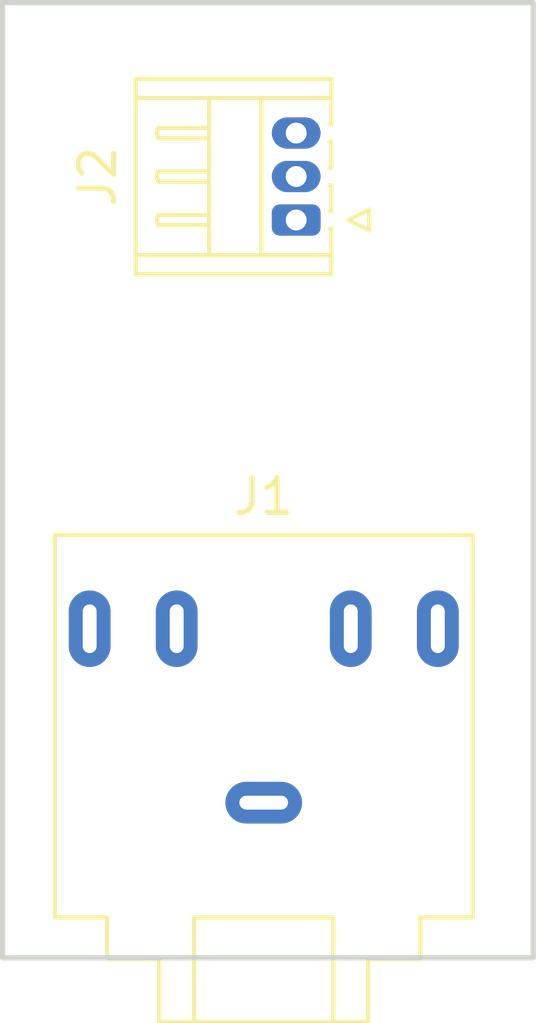
<source format=kicad_pcb>
(kicad_pcb (version 20221018) (generator pcbnew)
  (layers (0 "F.Cu" signal) (31 "B.Cu" signal) (34 "B.Paste" user) (35 "F.Paste" user) (36 "B.SilkS" user "B.Silkscreen") (37 "F.SilkS" user "F.Silkscreen") (38 "B.Mask" user) (39 "F.Mask" user) (44 "Edge.Cuts" user))
  (net 0 "")
  (net 3 "Net-(J2-Pin_2)")
  (net 4 "Net-(J2-Pin_1)")
  (net 5 "Net-(J2-Pin_3)")
  (footprint "Connector_Hirose:Hirose_DF13-03P-1.25DS_1x03_P1.25mm_Horizontal" (layer "F.Cu") (at 63.4325 121.25 90)
    (fp_text reference "J2" (at 1.25 -5.7 90) (layer "F.SilkS"))
    (fp_text value "Conn_01x03")
    (fp_line (start -1.56 -4.61) (end 4.06 -4.61) (stroke (width 0.12)) (layer "F.SilkS"))
    (fp_line (start -1.56 1.01) (end -1.56 -4.61) (stroke (width 0.12)) (layer "F.SilkS"))
    (fp_line (start -1.01 -4.61) (end -1.01 1.01) (stroke (width 0.12)) (layer "F.SilkS"))
    (fp_line (start -1.01 -2.5) (end 3.51 -2.5) (stroke (width 0.12)) (layer "F.SilkS"))
    (fp_line (start -1.01 -1) (end 3.51 -1) (stroke (width 0.12)) (layer "F.SilkS"))
    (fp_line (start -0.3 2.1) (end 0.3 2.1) (stroke (width 0.12)) (layer "F.SilkS"))
    (fp_line (start -0.25 0.96) (end -0.25 1.01) (stroke (width 0.12)) (layer "F.SilkS"))
    (fp_line (start -0.25 1.01) (end -1.56 1.01) (stroke (width 0.12)) (layer "F.SilkS"))
    (fp_line (start -0.15 -3.9625) (end 0 -4) (stroke (width 0.12)) (layer "F.SilkS"))
    (fp_line (start -0.15 -2.5) (end -0.15 -3.9625) (stroke (width 0.12)) (layer "F.SilkS"))
    (fp_line (start 0 -4) (end 0.15 -3.9625) (stroke (width 0.12)) (layer "F.SilkS"))
    (fp_line (start 0 1.5) (end -0.3 2.1) (stroke (width 0.12)) (layer "F.SilkS"))
    (fp_line (start 0.15 -3.9625) (end 0.15 -2.5) (stroke (width 0.12)) (layer "F.SilkS"))
    (fp_line (start 0.25 0.96) (end 0.25 1.01) (stroke (width 0.12)) (layer "F.SilkS"))
    (fp_line (start 0.25 1.01) (end 1 1.01) (stroke (width 0.12)) (layer "F.SilkS"))
    (fp_line (start 0.3 2.1) (end 0 1.5) (stroke (width 0.12)) (layer "F.SilkS"))
    (fp_line (start 1 1.01) (end 1 0.96) (stroke (width 0.12)) (layer "F.SilkS"))
    (fp_line (start 1.1 -3.9625) (end 1.25 -4) (stroke (width 0.12)) (layer "F.SilkS"))
    (fp_line (start 1.1 -2.5) (end 1.1 -3.9625) (stroke (width 0.12)) (layer "F.SilkS"))
    (fp_line (start 1.25 -4) (end 1.4 -3.9625) (stroke (width 0.12)) (layer "F.SilkS"))
    (fp_line (start 1.4 -3.9625) (end 1.4 -2.5) (stroke (width 0.12)) (layer "F.SilkS"))
    (fp_line (start 1.5 0.96) (end 1.5 1.01) (stroke (width 0.12)) (layer "F.SilkS"))
    (fp_line (start 1.5 1.01) (end 2.25 1.01) (stroke (width 0.12)) (layer "F.SilkS"))
    (fp_line (start 2.25 1.01) (end 2.25 0.96) (stroke (width 0.12)) (layer "F.SilkS"))
    (fp_line (start 2.35 -3.9625) (end 2.5 -4) (stroke (width 0.12)) (layer "F.SilkS"))
    (fp_line (start 2.35 -2.5) (end 2.35 -3.9625) (stroke (width 0.12)) (layer "F.SilkS"))
    (fp_line (start 2.5 -4) (end 2.65 -3.9625) (stroke (width 0.12)) (layer "F.SilkS"))
    (fp_line (start 2.65 -3.9625) (end 2.65 -2.5) (stroke (width 0.12)) (layer "F.SilkS"))
    (fp_line (start 2.75 1.01) (end 2.75 0.96) (stroke (width 0.12)) (layer "F.SilkS"))
    (fp_line (start 3.51 -4.61) (end 3.51 1.01) (stroke (width 0.12)) (layer "F.SilkS"))
    (fp_line (start 4.06 -4.61) (end 4.06 1.01) (stroke (width 0.12)) (layer "F.SilkS"))
    (fp_line (start 4.06 1.01) (end 2.75 1.01) (stroke (width 0.12)) (layer "F.SilkS"))
    (pad "1" thru_hole roundrect (at 0 0 90) (size 0.9 1.4) (drill 0.6) (layers "*.Cu" "*.Mask") (net 4 "Net-(J2-Pin_1)"))
    (pad "2" thru_hole oval (at 1.25 0 90) (size 0.9 1.4) (drill 0.6) (layers "*.Cu" "*.Mask") (net 3 "Net-(J2-Pin_2)"))
    (pad "3" thru_hole oval (at 2.5 0 90) (size 0.9 1.4) (drill 0.6) (layers "*.Cu" "*.Mask") (net 5 "Net-(J2-Pin_3)"))
  )
  (footprint "Connector_Audio:Jack_3.5mm_CUI_SJ1-3525N_Horizontal" (layer "F.Cu") (at 62.5 138)
    (fp_text reference "J1" (at 0 -8.8) (layer "F.SilkS"))
    (fp_text value "AudioJack3_SwitchTR")
    (fp_line (start -6 -7.7) (end 6 -7.7) (stroke (width 0.12)) (layer "F.SilkS"))
    (fp_line (start -6 3.3) (end -6 -7.7) (stroke (width 0.12)) (layer "F.SilkS"))
    (fp_line (start -4.5 3.3) (end -6 3.3) (stroke (width 0.12)) (layer "F.SilkS"))
    (fp_line (start -4.5 4.5) (end -4.5 3.3) (stroke (width 0.12)) (layer "F.SilkS"))
    (fp_line (start -3 4.5) (end -4.5 4.5) (stroke (width 0.12)) (layer "F.SilkS"))
    (fp_line (start -3 6.3) (end -3 4.5) (stroke (width 0.12)) (layer "F.SilkS"))
    (fp_line (start -2 3.3) (end -2 6.3) (stroke (width 0.12)) (layer "F.SilkS"))
    (fp_line (start 2 3.3) (end -2 3.3) (stroke (width 0.12)) (layer "F.SilkS"))
    (fp_line (start 2 6.3) (end 2 3.3) (stroke (width 0.12)) (layer "F.SilkS"))
    (fp_line (start 3 4.5) (end 3 6.3) (stroke (width 0.12)) (layer "F.SilkS"))
    (fp_line (start 3 6.3) (end -3 6.3) (stroke (width 0.12)) (layer "F.SilkS"))
    (fp_line (start 4.5 3.3) (end 4.5 4.5) (stroke (width 0.12)) (layer "F.SilkS"))
    (fp_line (start 4.5 4.5) (end 3 4.5) (stroke (width 0.12)) (layer "F.SilkS"))
    (fp_line (start 6 -7.7) (end 6 3.3) (stroke (width 0.12)) (layer "F.SilkS"))
    (fp_line (start 6 3.3) (end 4.5 3.3) (stroke (width 0.12)) (layer "F.SilkS"))
    (pad "" np_thru_hole circle (at -5 0) (size 1.2 1.2) (drill 1.2) (layers "*.Cu"))
    (pad "" np_thru_hole circle (at -5 2.5) (size 1.2 1.2) (drill 1.2) (layers "*.Cu"))
    (pad "" np_thru_hole circle (at 0 -5) (size 1.2 1.2) (drill 1.2) (layers "*.Cu"))
    (pad "" np_thru_hole circle (at 5 0) (size 1.2 1.2) (drill 1.2) (layers "*.Cu"))
    (pad "" np_thru_hole circle (at 5 2.5) (size 1.2 1.2) (drill 1.2) (layers "*.Cu"))
    (pad "R" thru_hole oval (at -5 -5) (size 1.2 2.2) (drill oval 0.4 1.4) (layers "*.Cu" "*.Mask") (net 3 "Net-(J2-Pin_2)"))
    (pad "RN" thru_hole oval (at -2.5 -5) (size 1.2 2.2) (drill oval 0.4 1.4) (layers "*.Cu" "*.Mask"))
    (pad "S" thru_hole oval (at 0 0) (size 2.2 1.2) (drill oval 1.4 0.4) (layers "*.Cu" "*.Mask") (net 4 "Net-(J2-Pin_1)"))
    (pad "T" thru_hole oval (at 5 -5 180) (size 1.2 2.2) (drill oval 0.4 1.4) (layers "*.Cu" "*.Mask") (net 5 "Net-(J2-Pin_3)"))
    (pad "TN" thru_hole oval (at 2.5 -5 180) (size 1.2 2.2) (drill oval 0.4 1.4) (layers "*.Cu" "*.Mask"))
  )
  (gr_rect (start 55 115) (end 70.24 142.46) (stroke (width 0.15)) (fill none) (layer "Edge.Cuts"))
)
</source>
